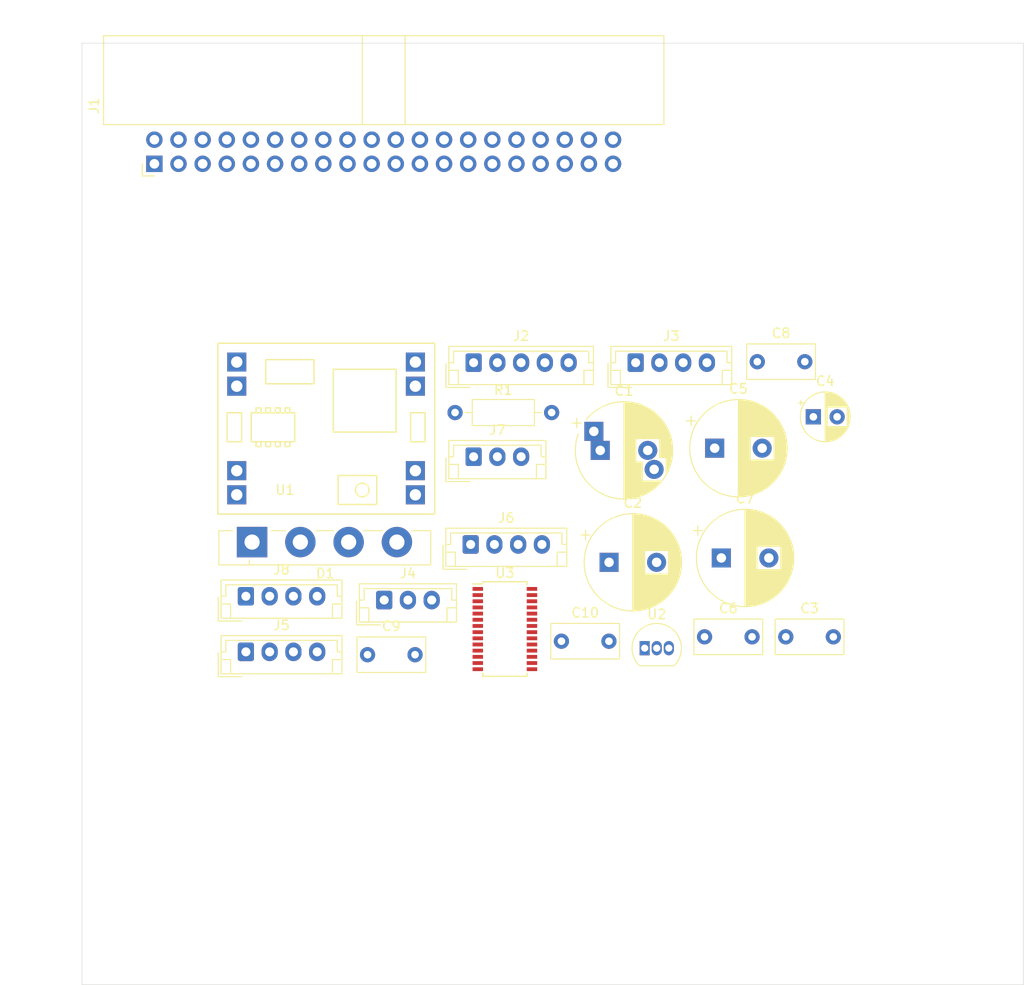
<source format=kicad_pcb>
(kicad_pcb (version 20221018) (generator pcbnew)
  (layers (0 "F.Cu" signal) (31 "B.Cu" signal) (34 "B.Paste" user) (35 "F.Paste" user) (36 "B.SilkS" user "B.Silkscreen") (37 "F.SilkS" user "F.Silkscreen") (38 "B.Mask" user) (39 "F.Mask" user) (44 "Edge.Cuts" user))
  (net 0 "")
  (net 1 "GNDD")
  (net 2 "/AC1")
  (net 3 "/AC2")
  (net 4 "/+3.3VA")
  (net 5 "/AD2")
  (net 6 "/AD1")
  (net 7 "/AD3")
  (net 8 "/SYNC_SCK")
  (net 9 "/SYNC_DATA")
  (net 10 "/ROT-B")
  (net 11 "/ROT-A")
  (net 12 "/MUTE")
  (net 13 "/STBY")
  (net 14 "/REMOTE")
  (net 15 "GNDA")
  (net 16 "/SP_L")
  (net 17 "/OUT_L")
  (net 18 "/OUT_R")
  (net 19 "/SP_R")
  (net 20 "Net-(C1-Pad1)")
  (net 21 "+5V")
  (net 22 "Net-(C4-Pad1)")
  (net 23 "Net-(C5-Pad1)")
  (net 24 "Net-(C7-Pad1)")
  (net 25 "Net-(C9-Pad1)")
  (net 26 "Net-(C10-Pad1)")
  (net 27 "Net-(J1-Pad3)")
  (net 28 "Net-(J1-Pad4)")
  (net 29 "Net-(J1-Pad5)")
  (net 30 "Net-(J1-Pad6)")
  (net 31 "Net-(J1-Pad7)")
  (net 32 "Net-(J1-Pad8)")
  (net 33 "Net-(J1-Pad13)")
  (net 34 "Net-(J1-Pad20)")
  (net 35 "Net-(J1-Pad21)")
  (net 36 "/QD_G")
  (net 37 "/QD_L")
  (net 38 "/QD_R")
  (net 39 "Net-(J1-Pad31)")
  (net 40 "Net-(J1-Pad32)")
  (net 41 "/MP3_L")
  (net 42 "/MP3_R")
  (net 43 "/TUN_L")
  (net 44 "/TUN_R")
  (net 45 "Net-(J3-Pad1)")
  (net 46 "Net-(J8-Pad1)")
  (net 47 "/SDA")
  (net 48 "/SCL")
  (net 49 "/DIG_L")
  (net 50 "/DIG_R")
  (net 51 "/AUX1_L")
  (net 52 "/AUX1_R")
  (net 53 "/AUX2_L")
  (net 54 "/AUX2_R")
  (net 55 "Net-(U3-Pad19)")
  (net 56 "Net-(U3-Pad20)")
  (net 57 "Net-(U3-Pad22)")
  (net 58 "Net-(U3-Pad23)")
  (net 59 "Net-(U3-Pad27)")
  (net 60 "Net-(U3-Pad28)")
  (footprint "Connector_IDC:IDC-Header_2x20_P2.54mm_Horizontal" (layer "F.Cu") (at 106.68 45.72 90)
    (fp_text reference "J1" (at 6.105 -6.35 90) (layer "F.SilkS"))
    (fp_text value "H-MS1110_Bus")
    (pad "1" thru_hole rect (at 0 0 90) (size 1.7272 1.7272) (drill 1.016) (layers "*.Cu" "*.Mask") (net 5 "/AD2"))
    (pad "2" thru_hole oval (at 2.54 0 90) (size 1.7272 1.7272) (drill 1.016) (layers "*.Cu" "*.Mask") (net 6 "/AD1"))
    (pad "3" thru_hole oval (at 0 2.54 90) (size 1.7272 1.7272) (drill 1.016) (layers "*.Cu" "*.Mask") (net 27 "Net-(J1-Pad3)"))
    (pad "4" thru_hole oval (at 2.54 2.54 90) (size 1.7272 1.7272) (drill 1.016) (layers "*.Cu" "*.Mask") (net 28 "Net-(J1-Pad4)"))
    (pad "5" thru_hole oval (at 0 5.08 90) (size 1.7272 1.7272) (drill 1.016) (layers "*.Cu" "*.Mask") (net 29 "Net-(J1-Pad5)"))
    (pad "6" thru_hole oval (at 2.54 5.08 90) (size 1.7272 1.7272) (drill 1.016) (layers "*.Cu" "*.Mask") (net 30 "Net-(J1-Pad6)"))
    (pad "7" thru_hole oval (at 0 7.62 90) (size 1.7272 1.7272) (drill 1.016) (layers "*.Cu" "*.Mask") (net 31 "Net-(J1-Pad7)"))
    (pad "8" thru_hole oval (at 2.54 7.62 90) (size 1.7272 1.7272) (drill 1.016) (layers "*.Cu" "*.Mask") (net 32 "Net-(J1-Pad8)"))
    (pad "9" thru_hole oval (at 0 10.16 90) (size 1.7272 1.7272) (drill 1.016) (layers "*.Cu" "*.Mask") (net 4 "/+3.3VA"))
    (pad "10" thru_hole oval (at 2.54 10.16 90) (size 1.7272 1.7272) (drill 1.016) (layers "*.Cu" "*.Mask") (net 10 "/ROT-B"))
    (pad "11" thru_hole oval (at 0 12.7 90) (size 1.7272 1.7272) (drill 1.016) (layers "*.Cu" "*.Mask") (net 1 "GNDD"))
    (pad "12" thru_hole oval (at 2.54 12.7 90) (size 1.7272 1.7272) (drill 1.016) (layers "*.Cu" "*.Mask") (net 11 "/ROT-A"))
    (pad "13" thru_hole oval (at 0 15.24 90) (size 1.7272 1.7272) (drill 1.016) (layers "*.Cu" "*.Mask") (net 33 "Net-(J1-Pad13)"))
    (pad "14" thru_hole oval (at 2.54 15.24 90) (size 1.7272 1.7272) (drill 1.016) (layers "*.Cu" "*.Mask") (net 7 "/AD3"))
    (pad "15" thru_hole oval (at 0 17.78 90) (size 1.7272 1.7272) (drill 1.016) (layers "*.Cu" "*.Mask") (net 14 "/REMOTE"))
    (pad "16" thru_hole oval (at 2.54 17.78 90) (size 1.7272 1.7272) (drill 1.016) (layers "*.Cu" "*.Mask") (net 9 "/SYNC_DATA"))
    (pad "17" thru_hole oval (at 0 20.32 90) (size 1.7272 1.7272) (drill 1.016) (layers "*.Cu" "*.Mask") (net 2 "/AC1"))
    (pad "18" thru_hole oval (at 2.54 20.32 90) (size 1.7272 1.7272) (drill 1.016) (layers "*.Cu" "*.Mask") (net 8 "/SYNC_SCK"))
    (pad "19" thru_hole oval (at 0 22.86 90) (size 1.7272 1.7272) (drill 1.016) (layers "*.Cu" "*.Mask") (net 3 "/AC2"))
    (pad "20" thru_hole oval (at 2.54 22.86 90) (size 1.7272 1.7272) (drill 1.016) (layers "*.Cu" "*.Mask") (net 34 "Net-(J1-Pad20)"))
    (pad "21" thru_hole oval (at 0 25.4 90) (size 1.7272 1.7272) (drill 1.016) (layers "*.Cu" "*.Mask") (net 35 "Net-(J1-Pad21)"))
    (pad "22" thru_hole oval (at 2.54 25.4 90) (size 1.7272 1.7272) (drill 1.016) (layers "*.Cu" "*.Mask") (net 13 "/STBY"))
    (pad "23" thru_hole oval (at 0 27.94 90) (size 1.7272 1.7272) (drill 1.016) (layers "*.Cu" "*.Mask") (net 36 "/QD_G"))
    (pad "24" thru_hole oval (at 2.54 27.94 90) (size 1.7272 1.7272) (drill 1.016) (layers "*.Cu" "*.Mask") (net 12 "/MUTE"))
    (pad "25" thru_hole oval (at 0 30.48 90) (size 1.7272 1.7272) (drill 1.016) (layers "*.Cu" "*.Mask") (net 15 "GNDA"))
    (pad "26" thru_hole oval (at 2.54 30.48 90) (size 1.7272 1.7272) (drill 1.016) (layers "*.Cu" "*.Mask") (net 37 "/QD_L"))
    (pad "27" thru_hole oval (at 0 33.02 90) (size 1.7272 1.7272) (drill 1.016) (layers "*.Cu" "*.Mask") (net 16 "/SP_L"))
    (pad "28" thru_hole oval (at 2.54 33.02 90) (size 1.7272 1.7272) (drill 1.016) (layers "*.Cu" "*.Mask") (net 38 "/QD_R"))
    (pad "29" thru_hole oval (at 0 35.56 90) (size 1.7272 1.7272) (drill 1.016) (layers "*.Cu" "*.Mask") (net 17 "/OUT_L"))
    (pad "30" thru_hole oval (at 2.54 35.56 90) (size 1.7272 1.7272) (drill 1.016) (layers "*.Cu" "*.Mask") (net 18 "/OUT_R"))
    (pad "31" thru_hole oval (at 0 38.1 90) (size 1.7272 1.7272) (drill 1.016) (layers "*.Cu" "*.Mask") (net 39 "Net-(J1-Pad31)"))
    (pad "32" thru_hole oval (at 2.54 38.1 90) (size 1.7272 1.7272) (drill 1.016) (layers "*.Cu" "*.Mask") (net 40 "Net-(J1-Pad32)"))
    (pad "33" thru_hole oval (at 0 40.64 90) (size 1.7272 1.7272) (drill 1.016) (layers "*.Cu" "*.Mask") (net 15 "GNDA"))
    (pad "34" thru_hole oval (at 2.54 40.64 90) (size 1.7272 1.7272) (drill 1.016) (layers "*.Cu" "*.Mask") (net 19 "/SP_R"))
    (pad "35" thru_hole oval (at 0 43.18 90) (size 1.7272 1.7272) (drill 1.016) (layers "*.Cu" "*.Mask") (net 15 "GNDA"))
    (pad "36" thru_hole oval (at 2.54 43.18 90) (size 1.7272 1.7272) (drill 1.016) (layers "*.Cu" "*.Mask") (net 41 "/MP3_L"))
    (pad "37" thru_hole oval (at 0 45.72 90) (size 1.7272 1.7272) (drill 1.016) (layers "*.Cu" "*.Mask") (net 42 "/MP3_R"))
    (pad "38" thru_hole oval (at 2.54 45.72 90) (size 1.7272 1.7272) (drill 1.016) (layers "*.Cu" "*.Mask") (net 15 "GNDA"))
    (pad "39" thru_hole oval (at 0 48.26 90) (size 1.7272 1.7272) (drill 1.016) (layers "*.Cu" "*.Mask") (net 43 "/TUN_L"))
    (pad "40" thru_hole oval (at 2.54 48.26 90) (size 1.7272 1.7272) (drill 1.016) (layers "*.Cu" "*.Mask") (net 44 "/TUN_R"))
  )
  (footprint "Capacitor_THT:CP_Radial_D10.0mm_P5.00mm_P7.50mm" (layer "F.Cu") (at 153.593647 75.871001)
    (fp_text reference "C1" (at 2.5 -6.25) (layer "F.SilkS"))
    (fp_text value "1000.0")
    (pad "1" thru_hole rect (at -0.672144 -2) (size 2 2) (drill 1) (layers "*.Cu" "*.Mask") (net 20 "Net-(C1-Pad1)"))
    (pad "1" thru_hole rect (at 0 0) (size 2 2) (drill 1) (layers "*.Cu" "*.Mask") (net 20 "Net-(C1-Pad1)"))
    (pad "2" thru_hole circle (at 5 0) (size 2 2) (drill 1) (layers "*.Cu" "*.Mask") (net 1 "GNDD"))
    (pad "2" thru_hole circle (at 5.672144 2) (size 2 2) (drill 1) (layers "*.Cu" "*.Mask") (net 1 "GNDD"))
  )
  (footprint "Capacitor_THT:CP_Radial_D10.0mm_P5.00mm" (layer "F.Cu") (at 154.523647 87.651001)
    (fp_text reference "C2" (at 2.5 -6.25) (layer "F.SilkS"))
    (fp_text value "470.0")
    (pad "1" thru_hole rect (at 0 0) (size 2 2) (drill 1) (layers "*.Cu" "*.Mask") (net 21 "+5V"))
    (pad "2" thru_hole circle (at 5 0) (size 2 2) (drill 1) (layers "*.Cu" "*.Mask") (net 1 "GNDD"))
  )
  (footprint "Capacitor_THT:C_Rect_L7.0mm_W3.5mm_P5.00mm" (layer "F.Cu") (at 173.119001 95.491001)
    (fp_text reference "C3" (at 2.5 -3) (layer "F.SilkS"))
    (fp_text value "0.1")
    (pad "1" thru_hole circle (at 0 0) (size 1.6 1.6) (drill 0.8) (layers "*.Cu" "*.Mask") (net 21 "+5V"))
    (pad "2" thru_hole circle (at 5 0) (size 1.6 1.6) (drill 0.8) (layers "*.Cu" "*.Mask") (net 1 "GNDD"))
  )
  (footprint "Capacitor_THT:CP_Radial_D5.0mm_P2.50mm" (layer "F.Cu") (at 176.018776 72.341001)
    (fp_text reference "C4" (at 1.25 -3.75) (layer "F.SilkS"))
    (fp_text value "10.0")
    (pad "1" thru_hole rect (at 0 0) (size 1.6 1.6) (drill 0.8) (layers "*.Cu" "*.Mask") (net 22 "Net-(C4-Pad1)"))
    (pad "2" thru_hole circle (at 2.5 0) (size 1.6 1.6) (drill 0.8) (layers "*.Cu" "*.Mask") (net 15 "GNDA"))
  )
  (footprint "Capacitor_THT:CP_Radial_D10.0mm_P5.00mm" (layer "F.Cu") (at 165.633647 75.641001)
    (fp_text reference "C5" (at 2.5 -6.25) (layer "F.SilkS"))
    (fp_text value "220.0")
    (pad "1" thru_hole rect (at 0 0) (size 2 2) (drill 1) (layers "*.Cu" "*.Mask") (net 23 "Net-(C5-Pad1)"))
    (pad "2" thru_hole circle (at 5 0) (size 2 2) (drill 1) (layers "*.Cu" "*.Mask") (net 15 "GNDA"))
  )
  (footprint "Capacitor_THT:C_Rect_L7.0mm_W3.5mm_P5.00mm" (layer "F.Cu") (at 164.569001 95.491001)
    (fp_text reference "C6" (at 2.5 -3) (layer "F.SilkS"))
    (fp_text value "0.1")
    (pad "1" thru_hole circle (at 0 0) (size 1.6 1.6) (drill 0.8) (layers "*.Cu" "*.Mask") (net 23 "Net-(C5-Pad1)"))
    (pad "2" thru_hole circle (at 5 0) (size 1.6 1.6) (drill 0.8) (layers "*.Cu" "*.Mask") (net 15 "GNDA"))
  )
  (footprint "Capacitor_THT:CP_Radial_D10.0mm_P5.00mm" (layer "F.Cu") (at 166.333647 87.191001)
    (fp_text reference "C7" (at 2.5 -6.25) (layer "F.SilkS"))
    (fp_text value "220.0")
    (pad "1" thru_hole rect (at 0 0) (size 2 2) (drill 1) (layers "*.Cu" "*.Mask") (net 24 "Net-(C7-Pad1)"))
    (pad "2" thru_hole circle (at 5 0) (size 2 2) (drill 1) (layers "*.Cu" "*.Mask") (net 15 "GNDA"))
  )
  (footprint "Capacitor_THT:C_Rect_L7.0mm_W3.5mm_P5.00mm" (layer "F.Cu") (at 170.119001 66.541001)
    (fp_text reference "C8" (at 2.5 -3) (layer "F.SilkS"))
    (fp_text value "0.1")
    (pad "1" thru_hole circle (at 0 0) (size 1.6 1.6) (drill 0.8) (layers "*.Cu" "*.Mask") (net 24 "Net-(C7-Pad1)"))
    (pad "2" thru_hole circle (at 5 0) (size 1.6 1.6) (drill 0.8) (layers "*.Cu" "*.Mask") (net 15 "GNDA"))
  )
  (footprint "Capacitor_THT:C_Rect_L7.0mm_W3.5mm_P5.00mm" (layer "F.Cu") (at 129.109001 97.371001)
    (fp_text reference "C9" (at 2.5 -3) (layer "F.SilkS"))
    (fp_text value "2.2")
    (pad "1" thru_hole circle (at 0 0) (size 1.6 1.6) (drill 0.8) (layers "*.Cu" "*.Mask") (net 25 "Net-(C9-Pad1)"))
    (pad "2" thru_hole circle (at 5 0) (size 1.6 1.6) (drill 0.8) (layers "*.Cu" "*.Mask") (net 17 "/OUT_L"))
  )
  (footprint "Capacitor_THT:C_Rect_L7.0mm_W3.5mm_P5.00mm" (layer "F.Cu") (at 149.509001 95.951001)
    (fp_text reference "C10" (at 2.5 -3) (layer "F.SilkS"))
    (fp_text value "2.2")
    (pad "1" thru_hole circle (at 0 0) (size 1.6 1.6) (drill 0.8) (layers "*.Cu" "*.Mask") (net 26 "Net-(C10-Pad1)"))
    (pad "2" thru_hole circle (at 5 0) (size 1.6 1.6) (drill 0.8) (layers "*.Cu" "*.Mask") (net 18 "/OUT_R"))
  )
  (footprint "Diode_THT:Diode_Bridge_Vishay_GBU" (layer "F.Cu") (at 116.959001 85.521001)
    (fp_text reference "D1" (at 7.7 3.3 180) (layer "F.SilkS"))
    (fp_text value "GBU8K")
    (pad "1" thru_hole rect (at 0 0) (size 3.2 3.2) (drill 1.6) (layers "*.Cu" "*.Mask") (net 20 "Net-(C1-Pad1)"))
    (pad "2" thru_hole circle (at 5.08 0) (size 3.2 3.2) (drill 1.6) (layers "*.Cu" "*.Mask") (net 3 "/AC2"))
    (pad "3" thru_hole circle (at 10.16 0) (size 3.2 3.2) (drill 1.6) (layers "*.Cu" "*.Mask") (net 2 "/AC1"))
    (pad "4" thru_hole circle (at 15.24 0) (size 3.2 3.2) (drill 1.6) (layers "*.Cu" "*.Mask") (net 1 "GNDD"))
  )
  (footprint "Connector_JST:JST_EH_B5B-EH-A_1x05_P2.50mm_Vertical" (layer "F.Cu") (at 140.269001 66.641001)
    (fp_text reference "J2" (at 5 -2.8) (layer "F.SilkS"))
    (fp_text value "EXT_INPUT")
    (pad "1" thru_hole roundrect (at 0 0) (size 1.7 1.95) (drill 0.95) (layers "*.Cu" "*.Mask") (roundrect_rratio 0.147059) (net 4 "/+3.3VA"))
    (pad "2" thru_hole oval (at 2.5 0) (size 1.7 1.95) (drill 0.95) (layers "*.Cu" "*.Mask") (net 5 "/AD2"))
    (pad "3" thru_hole oval (at 5 0) (size 1.7 1.95) (drill 0.95) (layers "*.Cu" "*.Mask") (net 6 "/AD1"))
    (pad "4" thru_hole oval (at 7.5 0) (size 1.7 1.95) (drill 0.95) (layers "*.Cu" "*.Mask") (net 7 "/AD3"))
    (pad "5" thru_hole oval (at 10 0) (size 1.7 1.95) (drill 0.95) (layers "*.Cu" "*.Mask") (net 1 "GNDD"))
  )
  (footprint "Connector_JST:JST_EH_B4B-EH-A_1x04_P2.50mm_Vertical" (layer "F.Cu") (at 157.319001 66.641001)
    (fp_text reference "J3" (at 3.75 -2.8) (layer "F.SilkS"))
    (fp_text value "SYNC")
    (pad "1" thru_hole roundrect (at 0 0) (size 1.7 1.95) (drill 0.95) (layers "*.Cu" "*.Mask") (roundrect_rratio 0.147059) (net 45 "Net-(J3-Pad1)"))
    (pad "2" thru_hole oval (at 2.5 0) (size 1.7 1.95) (drill 0.95) (layers "*.Cu" "*.Mask") (net 9 "/SYNC_DATA"))
    (pad "3" thru_hole oval (at 5 0) (size 1.7 1.95) (drill 0.95) (layers "*.Cu" "*.Mask") (net 8 "/SYNC_SCK"))
    (pad "4" thru_hole oval (at 7.5 0) (size 1.7 1.95) (drill 0.95) (layers "*.Cu" "*.Mask") (net 1 "GNDD"))
  )
  (footprint "Connector_JST:JST_EH_B3B-EH-A_1x03_P2.50mm_Vertical" (layer "F.Cu") (at 130.859001 91.621001)
    (fp_text reference "J4" (at 2.5 -2.8) (layer "F.SilkS"))
    (fp_text value "ROT")
    (pad "1" thru_hole roundrect (at 0 0) (size 1.7 1.95) (drill 0.95) (layers "*.Cu" "*.Mask") (roundrect_rratio 0.147059) (net 10 "/ROT-B"))
    (pad "2" thru_hole oval (at 2.5 0) (size 1.7 1.95) (drill 0.95) (layers "*.Cu" "*.Mask") (net 1 "GNDD"))
    (pad "3" thru_hole oval (at 5 0) (size 1.7 1.95) (drill 0.95) (layers "*.Cu" "*.Mask") (net 11 "/ROT-A"))
  )
  (footprint "Connector_JST:JST_EH_B4B-EH-A_1x04_P2.50mm_Vertical" (layer "F.Cu") (at 116.309001 97.071001)
    (fp_text reference "J5" (at 3.75 -2.8) (layer "F.SilkS"))
    (fp_text value "CONTROL")
    (pad "1" thru_hole roundrect (at 0 0) (size 1.7 1.95) (drill 0.95) (layers "*.Cu" "*.Mask") (roundrect_rratio 0.147059) (net 12 "/MUTE"))
    (pad "2" thru_hole oval (at 2.5 0) (size 1.7 1.95) (drill 0.95) (layers "*.Cu" "*.Mask") (net 13 "/STBY"))
    (pad "3" thru_hole oval (at 5 0) (size 1.7 1.95) (drill 0.95) (layers "*.Cu" "*.Mask") (net 14 "/REMOTE"))
    (pad "4" thru_hole oval (at 7.5 0) (size 1.7 1.95) (drill 0.95) (layers "*.Cu" "*.Mask") (net 1 "GNDD"))
  )
  (footprint "Connector_JST:JST_EH_B4B-EH-A_1x04_P2.50mm_Vertical" (layer "F.Cu") (at 139.959001 85.771001)
    (fp_text reference "J6" (at 3.75 -2.8) (layer "F.SilkS"))
    (fp_text value "FP_POWER")
    (pad "1" thru_hole roundrect (at 0 0) (size 1.7 1.95) (drill 0.95) (layers "*.Cu" "*.Mask") (roundrect_rratio 0.147059) (net 21 "+5V"))
    (pad "2" thru_hole oval (at 2.5 0) (size 1.7 1.95) (drill 0.95) (layers "*.Cu" "*.Mask") (net 21 "+5V"))
    (pad "3" thru_hole oval (at 5 0) (size 1.7 1.95) (drill 0.95) (layers "*.Cu" "*.Mask") (net 1 "GNDD"))
    (pad "4" thru_hole oval (at 7.5 0) (size 1.7 1.95) (drill 0.95) (layers "*.Cu" "*.Mask") (net 1 "GNDD"))
  )
  (footprint "Connector_JST:JST_EH_B3B-EH-A_1x03_P2.50mm_Vertical" (layer "F.Cu") (at 140.269001 76.541001)
    (fp_text reference "J7" (at 2.5 -2.8) (layer "F.SilkS"))
    (fp_text value "SPECT")
    (pad "1" thru_hole roundrect (at 0 0) (size 1.7 1.95) (drill 0.95) (layers "*.Cu" "*.Mask") (roundrect_rratio 0.147059) (net 16 "/SP_L"))
    (pad "2" thru_hole oval (at 2.5 0) (size 1.7 1.95) (drill 0.95) (layers "*.Cu" "*.Mask") (net 1 "GNDD"))
    (pad "3" thru_hole oval (at 5 0) (size 1.7 1.95) (drill 0.95) (layers "*.Cu" "*.Mask") (net 19 "/SP_R"))
  )
  (footprint "Connector_JST:JST_EH_B4B-EH-A_1x04_P2.50mm_Vertical" (layer "F.Cu") (at 116.309001 91.221001)
    (fp_text reference "J8" (at 3.75 -2.8) (layer "F.SilkS"))
    (fp_text value "I2C")
    (pad "1" thru_hole roundrect (at 0 0) (size 1.7 1.95) (drill 0.95) (layers "*.Cu" "*.Mask") (roundrect_rratio 0.147059) (net 46 "Net-(J8-Pad1)"))
    (pad "2" thru_hole oval (at 2.5 0) (size 1.7 1.95) (drill 0.95) (layers "*.Cu" "*.Mask") (net 47 "/SDA"))
    (pad "3" thru_hole oval (at 5 0) (size 1.7 1.95) (drill 0.95) (layers "*.Cu" "*.Mask") (net 48 "/SCL"))
    (pad "4" thru_hole oval (at 7.5 0) (size 1.7 1.95) (drill 0.95) (layers "*.Cu" "*.Mask") (net 1 "GNDD"))
  )
  (footprint "Resistor_THT:R_Axial_DIN0207_L6.3mm_D2.5mm_P10.16mm_Horizontal" (layer "F.Cu") (at 138.319001 71.891001)
    (fp_text reference "R1" (at 5.08 -2.37) (layer "F.SilkS"))
    (fp_text value "100")
    (pad "1" thru_hole circle (at 0 0) (size 1.6 1.6) (drill 0.8) (layers "*.Cu" "*.Mask") (net 23 "Net-(C5-Pad1)"))
    (pad "2" thru_hole oval (at 10.16 0) (size 1.6 1.6) (drill 0.8) (layers "*.Cu" "*.Mask") (net 40 "Net-(J1-Pad32)"))
  )
  (footprint "h-ms1110:MP1584EN_module" (layer "F.Cu") (at 124.999001 73.435001)
    (fp_text reference "U1" (at -4.572 6.604) (layer "F.SilkS"))
    (fp_text value "MP1584EN_module")
    (pad "1" thru_hole rect (at -9.652 7.112 180) (size 2 2) (drill 1.2) (layers "*.Cu" "*.Mask") (net 20 "Net-(C1-Pad1)"))
    (pad "2" thru_hole rect (at -9.652 4.572 180) (size 2 2) (drill 1.2) (layers "*.Cu" "*.Mask") (net 20 "Net-(C1-Pad1)"))
    (pad "3" thru_hole rect (at -9.652 -4.318 180) (size 2 2) (drill 1.2) (layers "*.Cu" "*.Mask") (net 1 "GNDD"))
    (pad "4" thru_hole rect (at -9.652 -6.858 180) (size 2 2) (drill 1.2) (layers "*.Cu" "*.Mask") (net 1 "GNDD"))
    (pad "5" thru_hole rect (at 9.144 -6.858 180) (size 2 2) (drill 1.2) (layers "*.Cu" "*.Mask") (net 1 "GNDD"))
    (pad "6" thru_hole rect (at 9.144 -4.318 180) (size 2 2) (drill 1.2) (layers "*.Cu" "*.Mask") (net 1 "GNDD"))
    (pad "7" thru_hole rect (at 9.144 4.572 180) (size 2 2) (drill 1.2) (layers "*.Cu" "*.Mask") (net 21 "+5V"))
    (pad "8" thru_hole rect (at 9.144 7.112 180) (size 2 2) (drill 1.2) (layers "*.Cu" "*.Mask") (net 21 "+5V"))
  )
  (footprint "Package_TO_SOT_THT:TO-92_Inline" (layer "F.Cu") (at 158.269001 96.681001)
    (fp_text reference "U2" (at 1.27 -3.56) (layer "F.SilkS"))
    (fp_text value "L78L12_TO92")
    (pad "1" thru_hole rect (at 0 0) (size 1.05 1.5) (drill 0.75) (layers "*.Cu" "*.Mask") (net 24 "Net-(C7-Pad1)"))
    (pad "2" thru_hole oval (at 1.27 0) (size 1.05 1.5) (drill 0.75) (layers "*.Cu" "*.Mask") (net 15 "GNDA"))
    (pad "3" thru_hole oval (at 2.54 0) (size 1.05 1.5) (drill 0.75) (layers "*.Cu" "*.Mask") (net 23 "Net-(C5-Pad1)"))
  )
  (footprint "Package_SO:TSSOP-28_4.4x9.7mm_P0.65mm" (layer "F.Cu") (at 143.559001 94.671001)
    (fp_text reference "U3" (at 0 -5.9) (layer "F.SilkS"))
    (fp_text value "TDA7719")
    (pad "1" smd rect (at -2.85 -4.225) (size 1.1 0.4) (layers "F.Cu" "F.Paste" "F.Mask") (net 43 "/TUN_L"))
    (pad "2" smd rect (at -2.85 -3.575) (size 1.1 0.4) (layers "F.Cu" "F.Paste" "F.Mask") (net 44 "/TUN_R"))
    (pad "3" smd rect (at -2.85 -2.925) (size 1.1 0.4) (layers "F.Cu" "F.Paste" "F.Mask") (net 49 "/DIG_L"))
    (pad "4" smd rect (at -2.85 -2.275) (size 1.1 0.4) (layers "F.Cu" "F.Paste" "F.Mask") (net 50 "/DIG_R"))
    (pad "5" smd rect (at -2.85 -1.625) (size 1.1 0.4) (layers "F.Cu" "F.Paste" "F.Mask") (net 41 "/MP3_L"))
    (pad "6" smd rect (at -2.85 -0.975) (size 1.1 0.4) (layers "F.Cu" "F.Paste" "F.Mask") (net 42 "/MP3_R"))
    (pad "7" smd rect (at -2.85 -0.325) (size 1.1 0.4) (layers "F.Cu" "F.Paste" "F.Mask") (net 37 "/QD_L"))
    (pad "8" smd rect (at -2.85 0.325) (size 1.1 0.4) (layers "F.Cu" "F.Paste" "F.Mask") (net 36 "/QD_G"))
    (pad "9" smd rect (at -2.85 0.975) (size 1.1 0.4) (layers "F.Cu" "F.Paste" "F.Mask") (net 38 "/QD_R"))
    (pad "10" smd rect (at -2.85 1.625) (size 1.1 0.4) (layers "F.Cu" "F.Paste" "F.Mask") (net 51 "/AUX1_L"))
    (pad "11" smd rect (at -2.85 2.275) (size 1.1 0.4) (layers "F.Cu" "F.Paste" "F.Mask") (net 52 "/AUX1_R"))
    (pad "12" smd rect (at -2.85 2.925) (size 1.1 0.4) (layers "F.Cu" "F.Paste" "F.Mask") (net 53 "/AUX2_L"))
    (pad "13" smd rect (at -2.85 3.575) (size 1.1 0.4) (layers "F.Cu" "F.Paste" "F.Mask") (net 54 "/AUX2_R"))
    (pad "14" smd rect (at -2.85 4.225) (size 1.1 0.4) (layers "F.Cu" "F.Paste" "F.Mask") (net 22 "Net-(C4-Pad1)"))
    (pad "15" smd rect (at 2.85 4.225) (size 1.1 0.4) (layers "F.Cu" "F.Paste" "F.Mask") (net 15 "GNDA"))
    (pad "16" smd rect (at 2.85 3.575) (size 1.1 0.4) (layers "F.Cu" "F.Paste" "F.Mask") (net 19 "/SP_R"))
    (pad "17" smd rect (at 2.85 2.925) (size 1.1 0.4) (layers "F.Cu" "F.Paste" "F.Mask") (net 16 "/SP_L"))
    (pad "18" smd rect (at 2.85 2.275) (size 1.1 0.4) (layers "F.Cu" "F.Paste" "F.Mask") (net 26 "Net-(C10-Pad1)"))
    (pad "19" smd rect (at 2.85 1.625) (size 1.1 0.4) (layers "F.Cu" "F.Paste" "F.Mask") (net 55 "Net-(U3-Pad19)"))
    (pad "20" smd rect (at 2.85 0.975) (size 1.1 0.4) (layers "F.Cu" "F.Paste" "F.Mask") (net 56 "Net-(U3-Pad20)"))
    (pad "21" smd rect (at 2.85 0.325) (size 1.1 0.4) (layers "F.Cu" "F.Paste" "F.Mask") (net 25 "Net-(C9-Pad1)"))
    (pad "22" smd rect (at 2.85 -0.325) (size 1.1 0.4) (layers "F.Cu" "F.Paste" "F.Mask") (net 57 "Net-(U3-Pad22)"))
    (pad "23" smd rect (at 2.85 -0.975) (size 1.1 0.4) (layers "F.Cu" "F.Paste" "F.Mask") (net 58 "Net-(U3-Pad23)"))
    (pad "24" smd rect (at 2.85 -1.625) (size 1.1 0.4) (layers "F.Cu" "F.Paste" "F.Mask") (net 24 "Net-(C7-Pad1)"))
    (pad "25" smd rect (at 2.85 -2.275) (size 1.1 0.4) (layers "F.Cu" "F.Paste" "F.Mask") (net 48 "/SCL"))
    (pad "26" smd rect (at 2.85 -2.925) (size 1.1 0.4) (layers "F.Cu" "F.Paste" "F.Mask") (net 47 "/SDA"))
    (pad "27" smd rect (at 2.85 -3.575) (size 1.1 0.4) (layers "F.Cu" "F.Paste" "F.Mask") (net 59 "Net-(U3-Pad27)"))
    (pad "28" smd rect (at 2.85 -4.225) (size 1.1 0.4) (layers "F.Cu" "F.Paste" "F.Mask") (net 60 "Net-(U3-Pad28)"))
  )
  (gr_line (start 198.12 33.02) (end 99.06 33.02) (stroke (width 0.05)) (layer "Edge.Cuts"))
  (gr_line (start 198.12 132.08) (end 198.12 33.02) (stroke (width 0.05)) (layer "Edge.Cuts"))
  (gr_line (start 99.06 33.02) (end 99.06 132.08) (stroke (width 0.05)) (layer "Edge.Cuts"))
  (gr_line (start 99.06 132.08) (end 198.12 132.08) (stroke (width 0.05)) (layer "Edge.Cuts"))
)
</source>
